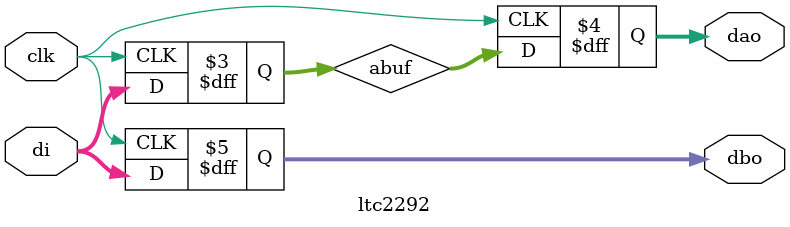
<source format=v>
`ifndef _LTC2292_V_
`define _LTC2292_V_
`default_nettype none


// TODO this module currently only supports a multiplexed output bus
// in full-range 2s complement mode. See the datasheet for details and
// other modes.

module ltc2292 #(
   parameter MUX = "TRUE"
) (
   input wire        clk,
   input wire [11:0] di,
   output reg [11:0] dao,
   output reg [11:0] dbo
);

   // When the ADC outputs are multiplexed, channel A should be
   // sampled on the clock's falling edge and channel B sampled on the
   // clock's rising edge.

   reg signed [11:0]         abuf;

   always @(posedge clk) begin
      dao <= abuf;
      dbo <= di;
   end

   always @(negedge clk) begin
      abuf <= di;
   end

endmodule
`endif

</source>
